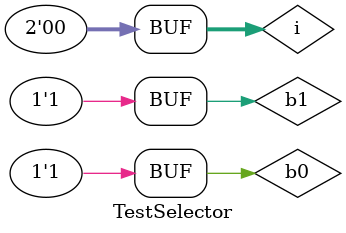
<source format=v>
`timescale 1ns / 1ps


module TestSelector;

	// Inputs
	reg b0;
	reg b1;
	reg[1:0] i;

	// Outputs
	wire s0;
	wire s1;
	wire s2;
	wire s3;

	// Instantiate the Unit Under Test (UUT)
	SelectorDigito uut (
		.b0(b0), 
		.b1(b1), 
		.s0(s0), 
		.s1(s1), 
		.s2(s2), 
		.s3(s3)
	);

	initial begin
		// Initialize Inputs
		b0 = 0;
		b1 = 0;
		
		for (i=0; i<8; i = i+1) begin
									
					b0 = i[0];
					b1 = i[1];
													
					#100;
					
					end
				
	end
      
endmodule


</source>
